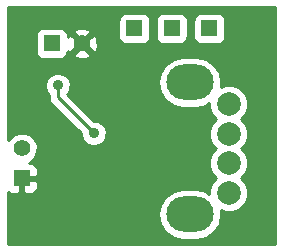
<source format=gbl>
G04 (created by PCBNEW (2013-07-07 BZR 4022)-stable) date 9/13/2015 6:12:30 PM*
%MOIN*%
G04 Gerber Fmt 3.4, Leading zero omitted, Abs format*
%FSLAX34Y34*%
G01*
G70*
G90*
G04 APERTURE LIST*
%ADD10C,0.00590551*%
%ADD11R,0.055X0.055*%
%ADD12C,0.055*%
%ADD13C,0.0787402*%
%ADD14O,0.15748X0.11811*%
%ADD15C,0.035*%
%ADD16C,0.01*%
G04 APERTURE END LIST*
G54D10*
G54D11*
X71000Y-59500D03*
G54D12*
X71000Y-58500D03*
G54D11*
X72000Y-55000D03*
G54D12*
X73000Y-55000D03*
G54D11*
X74750Y-54500D03*
X76000Y-54500D03*
X77250Y-54500D03*
G54D13*
X77899Y-59976D03*
X77899Y-58992D03*
X77899Y-58007D03*
X77899Y-57023D03*
G54D14*
X76600Y-56300D03*
X76600Y-60700D03*
G54D15*
X74000Y-61000D03*
X72000Y-61000D03*
X71200Y-54200D03*
X78900Y-54300D03*
X78600Y-60700D03*
X72200Y-56400D03*
X73400Y-58000D03*
G54D16*
X72200Y-56800D02*
X72200Y-56400D01*
X73400Y-58000D02*
X72200Y-56800D01*
G54D10*
G36*
X79450Y-61700D02*
X78543Y-61700D01*
X78543Y-59848D01*
X78445Y-59612D01*
X78317Y-59484D01*
X78444Y-59357D01*
X78542Y-59120D01*
X78543Y-58864D01*
X78445Y-58627D01*
X78317Y-58499D01*
X78444Y-58372D01*
X78542Y-58136D01*
X78543Y-57880D01*
X78445Y-57643D01*
X78317Y-57515D01*
X78444Y-57388D01*
X78542Y-57152D01*
X78543Y-56896D01*
X78445Y-56659D01*
X78264Y-56478D01*
X78027Y-56380D01*
X77775Y-56379D01*
X77775Y-54725D01*
X77775Y-54175D01*
X77737Y-54083D01*
X77666Y-54013D01*
X77574Y-53975D01*
X77475Y-53974D01*
X76925Y-53974D01*
X76833Y-54012D01*
X76763Y-54083D01*
X76725Y-54175D01*
X76724Y-54274D01*
X76724Y-54824D01*
X76762Y-54916D01*
X76833Y-54986D01*
X76925Y-55024D01*
X77024Y-55025D01*
X77574Y-55025D01*
X77666Y-54987D01*
X77736Y-54916D01*
X77774Y-54824D01*
X77775Y-54725D01*
X77775Y-56379D01*
X77771Y-56379D01*
X77630Y-56438D01*
X77657Y-56300D01*
X77593Y-55978D01*
X77411Y-55705D01*
X77138Y-55523D01*
X76817Y-55459D01*
X76525Y-55459D01*
X76525Y-54725D01*
X76525Y-54175D01*
X76487Y-54083D01*
X76416Y-54013D01*
X76324Y-53975D01*
X76225Y-53974D01*
X75675Y-53974D01*
X75583Y-54012D01*
X75513Y-54083D01*
X75475Y-54175D01*
X75474Y-54274D01*
X75474Y-54824D01*
X75512Y-54916D01*
X75583Y-54986D01*
X75675Y-55024D01*
X75774Y-55025D01*
X76324Y-55025D01*
X76416Y-54987D01*
X76486Y-54916D01*
X76524Y-54824D01*
X76525Y-54725D01*
X76525Y-55459D01*
X76382Y-55459D01*
X76061Y-55523D01*
X75788Y-55705D01*
X75606Y-55978D01*
X75542Y-56300D01*
X75606Y-56621D01*
X75788Y-56894D01*
X76061Y-57076D01*
X76382Y-57140D01*
X76817Y-57140D01*
X77138Y-57076D01*
X77255Y-56998D01*
X77255Y-57151D01*
X77353Y-57387D01*
X77481Y-57515D01*
X77353Y-57642D01*
X77255Y-57879D01*
X77255Y-58135D01*
X77353Y-58372D01*
X77481Y-58500D01*
X77353Y-58627D01*
X77255Y-58863D01*
X77255Y-59119D01*
X77353Y-59356D01*
X77481Y-59484D01*
X77353Y-59611D01*
X77255Y-59847D01*
X77255Y-60001D01*
X77138Y-59923D01*
X76817Y-59859D01*
X76382Y-59859D01*
X76061Y-59923D01*
X75788Y-60105D01*
X75606Y-60378D01*
X75542Y-60700D01*
X75606Y-61021D01*
X75788Y-61294D01*
X76061Y-61476D01*
X76382Y-61540D01*
X76817Y-61540D01*
X77138Y-61476D01*
X77411Y-61294D01*
X77593Y-61021D01*
X77657Y-60700D01*
X77630Y-60561D01*
X77770Y-60619D01*
X78026Y-60620D01*
X78263Y-60522D01*
X78444Y-60341D01*
X78542Y-60104D01*
X78543Y-59848D01*
X78543Y-61700D01*
X75275Y-61700D01*
X75275Y-54725D01*
X75275Y-54175D01*
X75237Y-54083D01*
X75166Y-54013D01*
X75074Y-53975D01*
X74975Y-53974D01*
X74425Y-53974D01*
X74333Y-54012D01*
X74263Y-54083D01*
X74225Y-54175D01*
X74224Y-54274D01*
X74224Y-54824D01*
X74262Y-54916D01*
X74333Y-54986D01*
X74425Y-55024D01*
X74524Y-55025D01*
X75074Y-55025D01*
X75166Y-54987D01*
X75236Y-54916D01*
X75274Y-54824D01*
X75275Y-54725D01*
X75275Y-61700D01*
X73825Y-61700D01*
X73825Y-57915D01*
X73760Y-57759D01*
X73641Y-57639D01*
X73529Y-57593D01*
X73529Y-55075D01*
X73518Y-54867D01*
X73460Y-54727D01*
X73367Y-54702D01*
X73297Y-54773D01*
X73297Y-54632D01*
X73272Y-54539D01*
X73075Y-54470D01*
X72867Y-54481D01*
X72727Y-54539D01*
X72702Y-54632D01*
X73000Y-54929D01*
X73297Y-54632D01*
X73297Y-54773D01*
X73070Y-55000D01*
X73367Y-55297D01*
X73460Y-55272D01*
X73529Y-55075D01*
X73529Y-57593D01*
X73484Y-57575D01*
X73399Y-57574D01*
X73297Y-57472D01*
X73297Y-55367D01*
X73000Y-55070D01*
X72929Y-55141D01*
X72929Y-55000D01*
X72632Y-54702D01*
X72539Y-54727D01*
X72525Y-54768D01*
X72525Y-54675D01*
X72487Y-54583D01*
X72416Y-54513D01*
X72324Y-54475D01*
X72225Y-54474D01*
X71675Y-54474D01*
X71583Y-54512D01*
X71513Y-54583D01*
X71475Y-54675D01*
X71474Y-54774D01*
X71474Y-55324D01*
X71512Y-55416D01*
X71583Y-55486D01*
X71675Y-55524D01*
X71774Y-55525D01*
X72324Y-55525D01*
X72416Y-55487D01*
X72486Y-55416D01*
X72524Y-55324D01*
X72525Y-55237D01*
X72539Y-55272D01*
X72632Y-55297D01*
X72929Y-55000D01*
X72929Y-55141D01*
X72702Y-55367D01*
X72727Y-55460D01*
X72924Y-55529D01*
X73132Y-55518D01*
X73272Y-55460D01*
X73297Y-55367D01*
X73297Y-57472D01*
X72512Y-56688D01*
X72560Y-56641D01*
X72624Y-56484D01*
X72625Y-56315D01*
X72560Y-56159D01*
X72441Y-56039D01*
X72284Y-55975D01*
X72115Y-55974D01*
X71959Y-56039D01*
X71839Y-56158D01*
X71775Y-56315D01*
X71774Y-56484D01*
X71839Y-56640D01*
X71900Y-56701D01*
X71900Y-56800D01*
X71922Y-56914D01*
X71987Y-57012D01*
X72975Y-57999D01*
X72974Y-58084D01*
X73039Y-58240D01*
X73158Y-58360D01*
X73315Y-58424D01*
X73484Y-58425D01*
X73640Y-58360D01*
X73760Y-58241D01*
X73824Y-58084D01*
X73825Y-57915D01*
X73825Y-61700D01*
X71525Y-61700D01*
X71525Y-59824D01*
X71525Y-59612D01*
X71462Y-59550D01*
X71050Y-59550D01*
X71050Y-59962D01*
X71112Y-60025D01*
X71225Y-60025D01*
X71324Y-60024D01*
X71416Y-59986D01*
X71487Y-59916D01*
X71525Y-59824D01*
X71525Y-61700D01*
X70550Y-61700D01*
X70550Y-59953D01*
X70583Y-59986D01*
X70675Y-60024D01*
X70774Y-60025D01*
X70887Y-60025D01*
X70950Y-59962D01*
X70950Y-59550D01*
X70942Y-59550D01*
X70942Y-59450D01*
X70950Y-59450D01*
X70950Y-59442D01*
X71050Y-59442D01*
X71050Y-59450D01*
X71462Y-59450D01*
X71525Y-59387D01*
X71525Y-59175D01*
X71487Y-59083D01*
X71416Y-59013D01*
X71324Y-58975D01*
X71225Y-58974D01*
X71225Y-58974D01*
X71297Y-58945D01*
X71444Y-58797D01*
X71524Y-58604D01*
X71525Y-58396D01*
X71445Y-58203D01*
X71297Y-58055D01*
X71104Y-57975D01*
X70896Y-57974D01*
X70703Y-58054D01*
X70555Y-58202D01*
X70550Y-58214D01*
X70550Y-53800D01*
X79450Y-53800D01*
X79450Y-61700D01*
X79450Y-61700D01*
G37*
G54D16*
X79450Y-61700D02*
X78543Y-61700D01*
X78543Y-59848D01*
X78445Y-59612D01*
X78317Y-59484D01*
X78444Y-59357D01*
X78542Y-59120D01*
X78543Y-58864D01*
X78445Y-58627D01*
X78317Y-58499D01*
X78444Y-58372D01*
X78542Y-58136D01*
X78543Y-57880D01*
X78445Y-57643D01*
X78317Y-57515D01*
X78444Y-57388D01*
X78542Y-57152D01*
X78543Y-56896D01*
X78445Y-56659D01*
X78264Y-56478D01*
X78027Y-56380D01*
X77775Y-56379D01*
X77775Y-54725D01*
X77775Y-54175D01*
X77737Y-54083D01*
X77666Y-54013D01*
X77574Y-53975D01*
X77475Y-53974D01*
X76925Y-53974D01*
X76833Y-54012D01*
X76763Y-54083D01*
X76725Y-54175D01*
X76724Y-54274D01*
X76724Y-54824D01*
X76762Y-54916D01*
X76833Y-54986D01*
X76925Y-55024D01*
X77024Y-55025D01*
X77574Y-55025D01*
X77666Y-54987D01*
X77736Y-54916D01*
X77774Y-54824D01*
X77775Y-54725D01*
X77775Y-56379D01*
X77771Y-56379D01*
X77630Y-56438D01*
X77657Y-56300D01*
X77593Y-55978D01*
X77411Y-55705D01*
X77138Y-55523D01*
X76817Y-55459D01*
X76525Y-55459D01*
X76525Y-54725D01*
X76525Y-54175D01*
X76487Y-54083D01*
X76416Y-54013D01*
X76324Y-53975D01*
X76225Y-53974D01*
X75675Y-53974D01*
X75583Y-54012D01*
X75513Y-54083D01*
X75475Y-54175D01*
X75474Y-54274D01*
X75474Y-54824D01*
X75512Y-54916D01*
X75583Y-54986D01*
X75675Y-55024D01*
X75774Y-55025D01*
X76324Y-55025D01*
X76416Y-54987D01*
X76486Y-54916D01*
X76524Y-54824D01*
X76525Y-54725D01*
X76525Y-55459D01*
X76382Y-55459D01*
X76061Y-55523D01*
X75788Y-55705D01*
X75606Y-55978D01*
X75542Y-56300D01*
X75606Y-56621D01*
X75788Y-56894D01*
X76061Y-57076D01*
X76382Y-57140D01*
X76817Y-57140D01*
X77138Y-57076D01*
X77255Y-56998D01*
X77255Y-57151D01*
X77353Y-57387D01*
X77481Y-57515D01*
X77353Y-57642D01*
X77255Y-57879D01*
X77255Y-58135D01*
X77353Y-58372D01*
X77481Y-58500D01*
X77353Y-58627D01*
X77255Y-58863D01*
X77255Y-59119D01*
X77353Y-59356D01*
X77481Y-59484D01*
X77353Y-59611D01*
X77255Y-59847D01*
X77255Y-60001D01*
X77138Y-59923D01*
X76817Y-59859D01*
X76382Y-59859D01*
X76061Y-59923D01*
X75788Y-60105D01*
X75606Y-60378D01*
X75542Y-60700D01*
X75606Y-61021D01*
X75788Y-61294D01*
X76061Y-61476D01*
X76382Y-61540D01*
X76817Y-61540D01*
X77138Y-61476D01*
X77411Y-61294D01*
X77593Y-61021D01*
X77657Y-60700D01*
X77630Y-60561D01*
X77770Y-60619D01*
X78026Y-60620D01*
X78263Y-60522D01*
X78444Y-60341D01*
X78542Y-60104D01*
X78543Y-59848D01*
X78543Y-61700D01*
X75275Y-61700D01*
X75275Y-54725D01*
X75275Y-54175D01*
X75237Y-54083D01*
X75166Y-54013D01*
X75074Y-53975D01*
X74975Y-53974D01*
X74425Y-53974D01*
X74333Y-54012D01*
X74263Y-54083D01*
X74225Y-54175D01*
X74224Y-54274D01*
X74224Y-54824D01*
X74262Y-54916D01*
X74333Y-54986D01*
X74425Y-55024D01*
X74524Y-55025D01*
X75074Y-55025D01*
X75166Y-54987D01*
X75236Y-54916D01*
X75274Y-54824D01*
X75275Y-54725D01*
X75275Y-61700D01*
X73825Y-61700D01*
X73825Y-57915D01*
X73760Y-57759D01*
X73641Y-57639D01*
X73529Y-57593D01*
X73529Y-55075D01*
X73518Y-54867D01*
X73460Y-54727D01*
X73367Y-54702D01*
X73297Y-54773D01*
X73297Y-54632D01*
X73272Y-54539D01*
X73075Y-54470D01*
X72867Y-54481D01*
X72727Y-54539D01*
X72702Y-54632D01*
X73000Y-54929D01*
X73297Y-54632D01*
X73297Y-54773D01*
X73070Y-55000D01*
X73367Y-55297D01*
X73460Y-55272D01*
X73529Y-55075D01*
X73529Y-57593D01*
X73484Y-57575D01*
X73399Y-57574D01*
X73297Y-57472D01*
X73297Y-55367D01*
X73000Y-55070D01*
X72929Y-55141D01*
X72929Y-55000D01*
X72632Y-54702D01*
X72539Y-54727D01*
X72525Y-54768D01*
X72525Y-54675D01*
X72487Y-54583D01*
X72416Y-54513D01*
X72324Y-54475D01*
X72225Y-54474D01*
X71675Y-54474D01*
X71583Y-54512D01*
X71513Y-54583D01*
X71475Y-54675D01*
X71474Y-54774D01*
X71474Y-55324D01*
X71512Y-55416D01*
X71583Y-55486D01*
X71675Y-55524D01*
X71774Y-55525D01*
X72324Y-55525D01*
X72416Y-55487D01*
X72486Y-55416D01*
X72524Y-55324D01*
X72525Y-55237D01*
X72539Y-55272D01*
X72632Y-55297D01*
X72929Y-55000D01*
X72929Y-55141D01*
X72702Y-55367D01*
X72727Y-55460D01*
X72924Y-55529D01*
X73132Y-55518D01*
X73272Y-55460D01*
X73297Y-55367D01*
X73297Y-57472D01*
X72512Y-56688D01*
X72560Y-56641D01*
X72624Y-56484D01*
X72625Y-56315D01*
X72560Y-56159D01*
X72441Y-56039D01*
X72284Y-55975D01*
X72115Y-55974D01*
X71959Y-56039D01*
X71839Y-56158D01*
X71775Y-56315D01*
X71774Y-56484D01*
X71839Y-56640D01*
X71900Y-56701D01*
X71900Y-56800D01*
X71922Y-56914D01*
X71987Y-57012D01*
X72975Y-57999D01*
X72974Y-58084D01*
X73039Y-58240D01*
X73158Y-58360D01*
X73315Y-58424D01*
X73484Y-58425D01*
X73640Y-58360D01*
X73760Y-58241D01*
X73824Y-58084D01*
X73825Y-57915D01*
X73825Y-61700D01*
X71525Y-61700D01*
X71525Y-59824D01*
X71525Y-59612D01*
X71462Y-59550D01*
X71050Y-59550D01*
X71050Y-59962D01*
X71112Y-60025D01*
X71225Y-60025D01*
X71324Y-60024D01*
X71416Y-59986D01*
X71487Y-59916D01*
X71525Y-59824D01*
X71525Y-61700D01*
X70550Y-61700D01*
X70550Y-59953D01*
X70583Y-59986D01*
X70675Y-60024D01*
X70774Y-60025D01*
X70887Y-60025D01*
X70950Y-59962D01*
X70950Y-59550D01*
X70942Y-59550D01*
X70942Y-59450D01*
X70950Y-59450D01*
X70950Y-59442D01*
X71050Y-59442D01*
X71050Y-59450D01*
X71462Y-59450D01*
X71525Y-59387D01*
X71525Y-59175D01*
X71487Y-59083D01*
X71416Y-59013D01*
X71324Y-58975D01*
X71225Y-58974D01*
X71225Y-58974D01*
X71297Y-58945D01*
X71444Y-58797D01*
X71524Y-58604D01*
X71525Y-58396D01*
X71445Y-58203D01*
X71297Y-58055D01*
X71104Y-57975D01*
X70896Y-57974D01*
X70703Y-58054D01*
X70555Y-58202D01*
X70550Y-58214D01*
X70550Y-53800D01*
X79450Y-53800D01*
X79450Y-61700D01*
M02*

</source>
